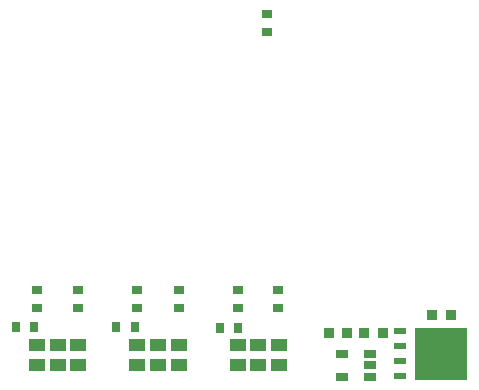
<source format=gbr>
%TF.GenerationSoftware,Altium Limited,Altium Designer,22.9.1 (49)*%
G04 Layer_Color=128*
%FSLAX45Y45*%
%MOMM*%
%TF.SameCoordinates,980CB771-C75C-4F2C-B837-E40D3F653A85*%
%TF.FilePolarity,Positive*%
%TF.FileFunction,Paste,Bot*%
%TF.Part,Single*%
G01*
G75*
%TA.AperFunction,SMDPad,CuDef*%
%ADD15R,0.86360X0.88900*%
%ADD23R,0.81280X0.76200*%
%ADD24R,1.34620X1.06680*%
%ADD27R,0.76200X0.81280*%
%ADD48R,1.05000X0.55000*%
%ADD49R,4.40000X4.40000*%
%ADD50R,1.00000X0.70000*%
D15*
X4702470Y1600000D02*
D03*
X4547530Y1600000D02*
D03*
X4402470Y1600000D02*
D03*
X4247530Y1600000D02*
D03*
X5277470Y1750000D02*
D03*
X5122530Y1750000D02*
D03*
D23*
X2625000Y1964970D02*
D03*
X2625000Y1810030D02*
D03*
X2975000Y1964970D02*
D03*
X2975000Y1810030D02*
D03*
X3820000Y1964970D02*
D03*
X3820000Y1810030D02*
D03*
X3475000Y1964840D02*
D03*
X3475000Y1809900D02*
D03*
X3725000Y4145060D02*
D03*
X3725000Y4300000D02*
D03*
X2125000Y1809900D02*
D03*
X2125000Y1964840D02*
D03*
X1775000Y1809900D02*
D03*
X1775000Y1964840D02*
D03*
D24*
X2800000Y1324740D02*
D03*
X2800000Y1500000D02*
D03*
X2975000Y1324740D02*
D03*
X2975000Y1500000D02*
D03*
X2625000Y1324740D02*
D03*
X2625000Y1500000D02*
D03*
X3475000Y1324740D02*
D03*
X3475000Y1500000D02*
D03*
X3650000Y1324740D02*
D03*
X3650000Y1500000D02*
D03*
X3825000Y1324740D02*
D03*
X3825000Y1500000D02*
D03*
X1775000Y1500000D02*
D03*
X1775000Y1324740D02*
D03*
X1950000Y1500000D02*
D03*
X1950000Y1324740D02*
D03*
X2125000Y1500000D02*
D03*
X2125000Y1324740D02*
D03*
D27*
X2602470Y1650000D02*
D03*
X2447530Y1650000D02*
D03*
X3477470Y1637370D02*
D03*
X3322530Y1637370D02*
D03*
X1597530Y1650000D02*
D03*
X1752470Y1650000D02*
D03*
D48*
X4850000Y1234500D02*
D03*
X4850000Y1361500D02*
D03*
X4850000Y1488500D02*
D03*
X4850000Y1615500D02*
D03*
D49*
X5200000Y1425000D02*
D03*
D50*
X4595000Y1420000D02*
D03*
X4595000Y1325000D02*
D03*
X4595000Y1230000D02*
D03*
X4355000Y1230000D02*
D03*
X4355000Y1420000D02*
D03*
%TF.MD5,ccc4ebe6fbbaab9015092a08b5dcaffc*%
M02*

</source>
